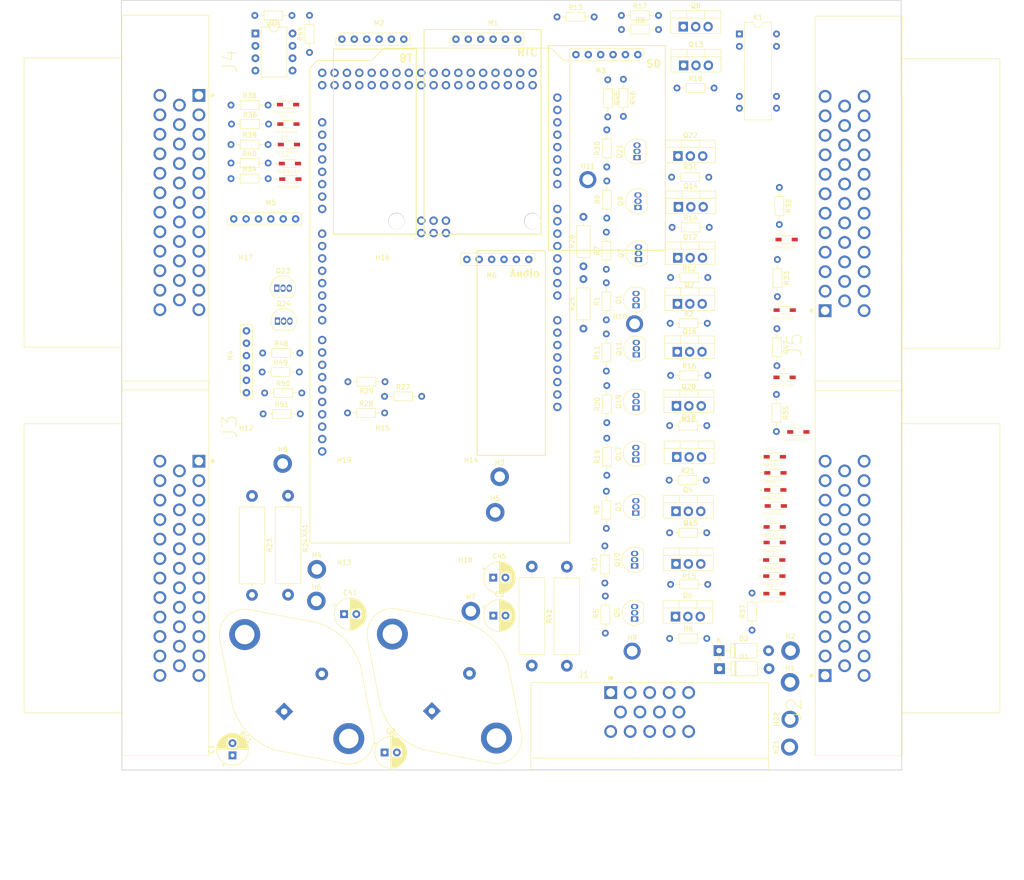
<source format=kicad_pcb>
(kicad_pcb (version 20211014) (generator pcbnew)

  (general
    (thickness 4.69)
  )

  (paper "A4")
  (layers
    (0 "F.Cu" signal)
    (1 "In1.Cu" signal)
    (2 "In2.Cu" power)
    (31 "B.Cu" signal)
    (32 "B.Adhes" user "B.Adhesive")
    (33 "F.Adhes" user "F.Adhesive")
    (34 "B.Paste" user)
    (35 "F.Paste" user)
    (36 "B.SilkS" user "B.Silkscreen")
    (37 "F.SilkS" user "F.Silkscreen")
    (38 "B.Mask" user)
    (39 "F.Mask" user)
    (40 "Dwgs.User" user "User.Drawings")
    (41 "Cmts.User" user "User.Comments")
    (42 "Eco1.User" user "User.Eco1")
    (43 "Eco2.User" user "User.Eco2")
    (44 "Edge.Cuts" user)
    (45 "Margin" user)
    (46 "B.CrtYd" user "B.Courtyard")
    (47 "F.CrtYd" user "F.Courtyard")
    (48 "B.Fab" user)
    (49 "F.Fab" user)
  )

  (setup
    (stackup
      (layer "F.SilkS" (type "Top Silk Screen"))
      (layer "F.Paste" (type "Top Solder Paste"))
      (layer "F.Mask" (type "Top Solder Mask") (thickness 0.01))
      (layer "F.Cu" (type "copper") (thickness 0.035))
      (layer "dielectric 1" (type "core") (thickness 1.51) (material "FR4") (epsilon_r 4.5) (loss_tangent 0.02))
      (layer "In1.Cu" (type "copper") (thickness 0.035))
      (layer "dielectric 2" (type "prepreg") (thickness 1.51) (material "FR4") (epsilon_r 4.5) (loss_tangent 0.02))
      (layer "In2.Cu" (type "copper") (thickness 0.035))
      (layer "dielectric 3" (type "core") (thickness 1.51) (material "FR4") (epsilon_r 4.5) (loss_tangent 0.02))
      (layer "B.Cu" (type "copper") (thickness 0.035))
      (layer "B.Mask" (type "Bottom Solder Mask") (thickness 0.01))
      (layer "B.Paste" (type "Bottom Solder Paste"))
      (layer "B.SilkS" (type "Bottom Silk Screen"))
      (copper_finish "None")
      (dielectric_constraints no)
    )
    (pad_to_mask_clearance 0)
    (pcbplotparams
      (layerselection 0x00010fc_ffffffff)
      (disableapertmacros false)
      (usegerberextensions false)
      (usegerberattributes true)
      (usegerberadvancedattributes true)
      (creategerberjobfile true)
      (svguseinch false)
      (svgprecision 6)
      (excludeedgelayer true)
      (plotframeref false)
      (viasonmask false)
      (mode 1)
      (useauxorigin false)
      (hpglpennumber 1)
      (hpglpenspeed 20)
      (hpglpendiameter 15.000000)
      (dxfpolygonmode true)
      (dxfimperialunits true)
      (dxfusepcbnewfont true)
      (psnegative false)
      (psa4output false)
      (plotreference true)
      (plotvalue true)
      (plotinvisibletext false)
      (sketchpadsonfab false)
      (subtractmaskfromsilk false)
      (outputformat 1)
      (mirror false)
      (drillshape 1)
      (scaleselection 1)
      (outputdirectory "")
    )
  )

  (net 0 "")
  (net 1 "GND")
  (net 2 "Net-(C1-Pad1)")
  (net 3 "Net-(C2-Pad1)")
  (net 4 "Net-(C41-Pad1)")
  (net 5 "Net-(DI1-PadA)")
  (net 6 "Net-(DI1-PadC)")
  (net 7 "Net-(DI2-PadA)")
  (net 8 "Net-(DI2-PadC)")
  (net 9 "Net-(DI3-PadA)")
  (net 10 "Net-(DI3-PadC)")
  (net 11 "Net-(DI4-PadC)")
  (net 12 "Net-(DI5-PadA)")
  (net 13 "Net-(DI5-PadC)")
  (net 14 "Net-(DI6-PadA)")
  (net 15 "Net-(DI6-PadC)")
  (net 16 "Net-(DI7-PadA)")
  (net 17 "Net-(DI7-PadC)")
  (net 18 "Net-(DI8-PadA)")
  (net 19 "Net-(DI8-PadC)")
  (net 20 "Net-(DI9-PadA)")
  (net 21 "Net-(DI9-PadC)")
  (net 22 "Net-(DI10-PadA)")
  (net 23 "Net-(DI10-PadC)")
  (net 24 "Net-(DI11-PadC)")
  (net 25 "Net-(DI12-PadA)")
  (net 26 "Net-(DI12-PadC)")
  (net 27 "Net-(DI13-PadA)")
  (net 28 "Net-(DI14-PadC)")
  (net 29 "Net-(DI15-PadC)")
  (net 30 "Net-(DI16-PadA)")
  (net 31 "Net-(DI18-PadA)")
  (net 32 "Net-(DI18-PadC)")
  (net 33 "Net-(H1-Pad1)")
  (net 34 "Net-(H2-Pad1)")
  (net 35 "Net-(H3-Pad1)")
  (net 36 "Net-(H7-Pad1)")
  (net 37 "Net-(H8-Pad1)")
  (net 38 "Net-(H9-Pad1)")
  (net 39 "Net-(H10-Pad1)")
  (net 40 "Net-(H11-Pad1)")
  (net 41 "Net-(H22-Pad1)")
  (net 42 "Net-(K1-Pad2)")
  (net 43 "Net-(M1-Pad6)")
  (net 44 "Net-(J2-Pad25)")
  (net 45 "Net-(M1-Pad4)")
  (net 46 "Net-(M1-Pad3)")
  (net 47 "unconnected-(M1-Pad2)")
  (net 48 "unconnected-(M1-Pad1)")
  (net 49 "unconnected-(M2-Pad6)")
  (net 50 "Net-(M2-Pad3)")
  (net 51 "Net-(M2-Pad2)")
  (net 52 "unconnected-(M2-Pad1)")
  (net 53 "Net-(M3-Pad4)")
  (net 54 "Net-(J5-Pad7)")
  (net 55 "Net-(J5-Pad8)")
  (net 56 "Net-(M3-Pad1)")
  (net 57 "unconnected-(M4-Pad6)")
  (net 58 "Net-(J3-Pad22)")
  (net 59 "Net-(M4-Pad4)")
  (net 60 "Net-(M4-Pad3)")
  (net 61 "unconnected-(M5-Pad6)")
  (net 62 "unconnected-(M5-Pad5)")
  (net 63 "Net-(M5-Pad4)")
  (net 64 "Net-(M5-Pad3)")
  (net 65 "unconnected-(M6-Pad6)")
  (net 66 "unconnected-(M6-Pad5)")
  (net 67 "Net-(M6-Pad2)")
  (net 68 "Net-(Q1-Pad3)")
  (net 69 "Net-(Q1-Pad2)")
  (net 70 "Net-(Q3-Pad3)")
  (net 71 "Net-(Q3-Pad2)")
  (net 72 "Net-(Q5-Pad3)")
  (net 73 "Net-(Q5-Pad2)")
  (net 74 "Net-(Q12-Pad1)")
  (net 75 "Net-(Q7-Pad2)")
  (net 76 "Net-(Q8-Pad1)")
  (net 77 "Net-(Q14-Pad1)")
  (net 78 "Net-(Q9-Pad2)")
  (net 79 "Net-(Q10-Pad3)")
  (net 80 "Net-(Q10-Pad2)")
  (net 81 "Net-(Q11-Pad3)")
  (net 82 "Net-(Q11-Pad2)")
  (net 83 "Net-(J2-Pad19)")
  (net 84 "Net-(Q13-Pad1)")
  (net 85 "Net-(Q17-Pad3)")
  (net 86 "Net-(Q17-Pad2)")
  (net 87 "Net-(Q19-Pad3)")
  (net 88 "Net-(Q19-Pad2)")
  (net 89 "Net-(Q21-Pad3)")
  (net 90 "Net-(Q21-Pad2)")
  (net 91 "Net-(R1-Pad2)")
  (net 92 "Net-(R3-Pad2)")
  (net 93 "Net-(R7-Pad2)")
  (net 94 "Net-(R17-Pad1)")
  (net 95 "Net-(R10-Pad2)")
  (net 96 "Net-(R13-Pad1)")
  (net 97 "Net-(R19-Pad2)")
  (net 98 "Net-(R20-Pad2)")
  (net 99 "Net-(R23-Pad1)")
  (net 100 "Net-(R25-Pad2)")
  (net 101 "Net-(J1-Pad2)")
  (net 102 "Net-(R27-Pad1)")
  (net 103 "Net-(R28-Pad1)")
  (net 104 "Net-(J3-Pad11)")
  (net 105 "Net-(J5-Pad19)")
  (net 106 "Net-(J5-Pad28)")
  (net 107 "Net-(J5-Pad26)")
  (net 108 "Net-(J4-Pad34)")
  (net 109 "Net-(J5-Pad30)")
  (net 110 "Net-(J4-Pad28)")
  (net 111 "Net-(J4-Pad24)")
  (net 112 "Net-(J4-Pad26)")
  (net 113 "Net-(J4-Pad30)")
  (net 114 "Net-(J4-Pad32)")
  (net 115 "Net-(R41-Pad1)")
  (net 116 "Net-(R43-Pad2)")
  (net 117 "Net-(R44-Pad1)")
  (net 118 "Net-(J5-Pad24)")
  (net 119 "unconnected-(U1-Pad4)")
  (net 120 "unconnected-(U1-Pad7)")
  (net 121 "Net-(J3-Pad4)")
  (net 122 "unconnected-(U1-Pad1)")
  (net 123 "unconnected-(XA1-PadRST2)")
  (net 124 "unconnected-(XA1-PadGND4)")
  (net 125 "Net-(J1-Pad4)")
  (net 126 "Net-(J1-Pad3)")
  (net 127 "unconnected-(XA1-Pad5V2)")
  (net 128 "unconnected-(XA1-PadGND2)")
  (net 129 "Net-(J1-Pad6)")
  (net 130 "unconnected-(XA1-PadRST1)")
  (net 131 "unconnected-(XA1-PadIORF)")
  (net 132 "Net-(J3-Pad16)")
  (net 133 "unconnected-(XA1-PadD1)")
  (net 134 "Net-(J2-Pad3)")
  (net 135 "Net-(J5-Pad11)")
  (net 136 "Net-(J3-Pad6)")
  (net 137 "Net-(J1-Pad8)")
  (net 138 "unconnected-(XA1-PadAREF)")
  (net 139 "Net-(J3-Pad7)")
  (net 140 "Net-(J3-Pad21)")
  (net 141 "Net-(J5-Pad10)")
  (net 142 "Net-(J1-Pad9)")
  (net 143 "Net-(J2-Pad15)")
  (net 144 "Net-(J2-Pad16)")
  (net 145 "Net-(J3-Pad23)")
  (net 146 "unconnected-(XA1-Pad5V4)")
  (net 147 "Net-(J5-Pad20)")
  (net 148 "Net-(J5-Pad21)")
  (net 149 "Net-(J5-Pad22)")
  (net 150 "Net-(J5-Pad23)")
  (net 151 "Net-(J5-Pad32)")
  (net 152 "Net-(J5-Pad33)")
  (net 153 "Net-(J3-Pad13)")
  (net 154 "Net-(J2-Pad6)")
  (net 155 "Net-(J3-Pad24)")
  (net 156 "Net-(J3-Pad25)")
  (net 157 "Net-(J3-Pad14)")
  (net 158 "Net-(J3-Pad10)")
  (net 159 "Net-(J3-Pad20)")
  (net 160 "Net-(J2-Pad1)")
  (net 161 "Net-(J3-Pad19)")
  (net 162 "Net-(J2-Pad30)")
  (net 163 "Net-(J2-Pad29)")
  (net 164 "Net-(J2-Pad28)")
  (net 165 "Net-(J2-Pad27)")
  (net 166 "Net-(J2-Pad26)")
  (net 167 "Net-(J5-Pad9)")
  (net 168 "Net-(J1-Pad11)")
  (net 169 "Net-(J1-Pad5)")
  (net 170 "Net-(J2-Pad17)")
  (net 171 "Net-(J3-Pad9)")
  (net 172 "Net-(J3-Pad8)")
  (net 173 "Net-(J5-Pad17)")
  (net 174 "Net-(J5-Pad15)")
  (net 175 "Net-(J5-Pad13)")
  (net 176 "Net-(J3-Pad3)")
  (net 177 "Net-(J3-Pad1)")
  (net 178 "Net-(M7-Pad3)")
  (net 179 "Net-(M7-Pad4)")
  (net 180 "Net-(D1-Pad1)")
  (net 181 "Net-(Q23-Pad3)")
  (net 182 "Net-(Q24-Pad3)")
  (net 183 "Net-(C45-Pad1)")
  (net 184 "Net-(D1-Pad2)")
  (net 185 "Net-(D2-Pad1)")
  (net 186 "unconnected-(J2-Pad8)")
  (net 187 "Net-(J2-Pad20)")
  (net 188 "unconnected-(J3-Pad27)")
  (net 189 "Net-(R50-Pad1)")

  (footprint "Capacitor_THT:CP_Radial_D6.3mm_P2.50mm" (layer "F.Cu") (at 72.7855 175.3 90))

  (footprint "Capacitor_THT:CP_Radial_D6.3mm_P2.50mm" (layer "F.Cu") (at 104.003121 174.7))

  (footprint "Capacitor_THT:CP_Radial_D6.3mm_P2.50mm" (layer "F.Cu") (at 126.303121 146.6))

  (footprint "Capacitor_THT:CP_Radial_D6.3mm_P2.50mm" (layer "F.Cu") (at 95.6855 146.3))

  (footprint "Capacitor_THT:CP_Radial_D6.3mm_P2.50mm" (layer "F.Cu") (at 126.2855 138.8))

  (footprint "ideal diode:SOD3715X135N" (layer "F.Cu") (at 186.4855 69.4))

  (footprint "ideal diode:SOD3715X135N" (layer "F.Cu") (at 186.0855 83.9))

  (footprint "ideal diode:SOD3715X135N" (layer "F.Cu") (at 84.6605 57))

  (footprint "ideal diode:SOD3715X135N" (layer "F.Cu") (at 188.8855 108.9))

  (footprint "ideal diode:SOD3715X135N" (layer "F.Cu") (at 84.2605 45.7))

  (footprint "ideal diode:SOD3715X135N" (layer "F.Cu") (at 183.9855 142.1))

  (footprint "ideal diode:SOD3715X135N" (layer "F.Cu") (at 84.1855 41.7))

  (footprint "ideal diode:SOD3715X135N" (layer "F.Cu") (at 84.3605 49.9))

  (footprint "ideal diode:SOD3715X135N" (layer "F.Cu") (at 84.5605 53.8))

  (footprint "ideal diode:SOD3715X135N" (layer "F.Cu") (at 184.0355 128.4))

  (footprint "ideal diode:SOD3715X135N" (layer "F.Cu") (at 184.0355 131.6))

  (footprint "ideal diode:SOD3715X135N" (layer "F.Cu") (at 184.0605 114))

  (footprint "ideal diode:SOD3715X135N" (layer "F.Cu") (at 183.9355 135.2))

  (footprint "ideal diode:SOD3715X135N" (layer "F.Cu") (at 183.9605 138.5))

  (footprint "ideal diode:SOD3715X135N" (layer "F.Cu") (at 184.1855 117.3))

  (footprint "ideal diode:SOD3715X135N" (layer "F.Cu") (at 184.1605 120.8))

  (footprint "ideal diode:SOD3715X135N" (layer "F.Cu") (at 184.2605 124.1))

  (footprint "ideal diode:SOD3715X135N" (layer "F.Cu") (at 186.0605 97.7))

  (footprint "MountingHole:MountingHole_2.2mm_M2_DIN965_Pad" (layer "F.Cu") (at 187.1855 160.3))

  (footprint "MountingHole:MountingHole_2.2mm_M2_DIN965_Pad" (layer "F.Cu") (at 187.2855 153.8))

  (footprint "MountingHole:MountingHole_2.2mm_M2_DIN965_Pad" (layer "F.Cu") (at 127.6 118.1))

  (footprint "MountingHole:MountingHole_2.2mm_M2_DIN965_Pad" (layer "F.Cu") (at 90.0855 137.1))

  (footprint "MountingHole:MountingHole_2.2mm_M2_DIN965_Pad" (layer "F.Cu") (at 126.6855 125.4))

  (footprint "MountingHole:MountingHole_2.2mm_M2_DIN965_Pad" (layer "F.Cu") (at 89.9855 143.6))

  (footprint "MountingHole:MountingHole_2.2mm_M2_DIN965_Pad" (layer "F.Cu") (at 121.6855 145.7))

  (footprint "MountingHole:MountingHole_2.2mm_M2_DIN965_Pad" (layer "F.Cu") (at 83.0855 115.4))

  (footprint "MountingHole:MountingHole_2.2mm_M2_ISO7380_Pad" (layer "F.Cu") (at 154.7855 153.9))

  (footprint "MountingHole:MountingHole_2.2mm_M2_ISO7380_Pad" (layer "F.Cu") (at 155.2855 86.7))

  (footprint "MountingHole:MountingHole_2.2mm_M2_ISO7380_Pad" (layer "F.Cu") (at 145.6855 57.1))

  (footprint "MountingHole:MountingHole_2.2mm_M2_ISO7380_Pad" (layer "F.Cu") (at 187.0855 173.6 90))

  (footprint "MountingHole:MountingHole_2.2mm_M2_ISO7380_Pad" (layer "F.Cu") (at 187.1855 167.9 90))

  (footprint "Relay_THT:Relay_StandexMeder_DIP_LowProfile" (layer "F.Cu") (at 176.7855 27.2))

  (footprint "5 way module header:6 way module header" (layer "F.Cu") (at 126.2555 24.455))

  (footprint "5 way module header:6 way module header" (layer "F.Cu") (at 102.8555 24.455))

  (footprint "5 way module header:6 way module header" (layer "F.Cu") (at 148.33 35.245 180))

  (footprint "5 way module header:6 way module header" (layer "F.Cu") (at 71.8405 93.23 90))

  (footprint "5 way module header:6 way module header" (layer "F.Cu") (at 80.6555 61.355))

  (footprint "5 way module header:6 way module header" (layer "F.Cu") (at 125.955501 77.285 180))

  (footprint "Package_TO_SOT_THT:TO-92_Inline" (layer "F.Cu") (at 155.5855 83 90))

  (footprint "Package_TO_SOT_THT:TO-220-3_Vertical" (layer "F.Cu")
    (tedit 5AC8BA0D) (tstamp 00000000-0000-0000-0000-0000625f6949)
    (at 164.0855 82.6)
    (descr "TO-220-3, Vertical, RM 2.54mm, see https://www.vishay.com/docs/66542/to-220-1.pdf")
    (tags "TO-220-3 Vertical RM 2.54mm")
    (property "Sheetfile" "mega+mosfet3.kicad_sch")
    (property "Sheetname" "")
    (path "/00000000-0000-0000-0000-00005e27dab2")
    (attr through_hole)
    (fp_text reference "Q2" (at 2.41 -3.9) (layer "F.SilkS")
      (effects (font (size 1 1) (thickness 0.15)))
      (tstamp d41115c9-7c02-4897-9fd1-4a591b7b2833)
    )
    (fp_text value "IRF9540N" (at 2.54 2.5) (layer "F.Fab")
      (effects (font (size 1 1) (thickness 0.15)))
      (tstamp 9acfcfc7-989c-4acc-abb2-e00b92310a55)
    )
    (fp_text user "${REFERENCE}" (at 2.64 -6.47) (layer "F.Fab")
      (effects (font (size 1 1) (thickness 0.15)))
      (tstamp f2b36193-b632-424c-b534-9f2f874f65c5)
    )
    (fp_line (start 0.69 -3.27) (end 0.69 -1.76) (layer "F.SilkS") (width 0.12) (tstamp 520b6a75-0c73-42ff-a977-3233797b07fd))
    (fp_line (start -2.58 -3.27) (end 7.66 -3.27) (layer "F.SilkS") (width 0.12) (tstamp 62a0b005-d543-412f-93b9-72a8d1c3610c))
    (fp_line (start -2.58 1.371) (end 7.66 1.371) (layer "F.SilkS") (width 0.12) (tstamp 7c849e86-e149-44f3-8e6f-1e68de7023ea))
    (fp_line (start -2.58 -1.76) (end 7.66 -1.76) (layer "F.SilkS") (width 0.12) (tstamp 8197234b-d466-4dd0-b29a-d8c861bfb7ac))
... [418144 chars truncated]
</source>
